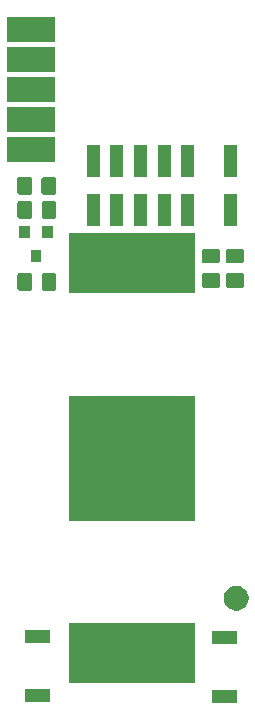
<source format=gts>
G04 #@! TF.GenerationSoftware,KiCad,Pcbnew,(5.1.5)-3*
G04 #@! TF.CreationDate,2020-04-09T13:41:50+02:00*
G04 #@! TF.ProjectId,RHS_3_Simple,5248535f-335f-4536-996d-706c652e6b69,rev?*
G04 #@! TF.SameCoordinates,Original*
G04 #@! TF.FileFunction,Soldermask,Top*
G04 #@! TF.FilePolarity,Negative*
%FSLAX46Y46*%
G04 Gerber Fmt 4.6, Leading zero omitted, Abs format (unit mm)*
G04 Created by KiCad (PCBNEW (5.1.5)-3) date 2020-04-09 13:41:50*
%MOMM*%
%LPD*%
G04 APERTURE LIST*
%ADD10C,0.100000*%
G04 APERTURE END LIST*
D10*
G36*
X108874000Y-182248000D02*
G01*
X106772000Y-182248000D01*
X106772000Y-181146000D01*
X108874000Y-181146000D01*
X108874000Y-182248000D01*
G37*
G36*
X93051000Y-182121000D02*
G01*
X90949000Y-182121000D01*
X90949000Y-181019000D01*
X93051000Y-181019000D01*
X93051000Y-182121000D01*
G37*
G36*
X105301000Y-180551000D02*
G01*
X94699000Y-180551000D01*
X94699000Y-175449000D01*
X105301000Y-175449000D01*
X105301000Y-180551000D01*
G37*
G36*
X108874000Y-177248000D02*
G01*
X106772000Y-177248000D01*
X106772000Y-176146000D01*
X108874000Y-176146000D01*
X108874000Y-177248000D01*
G37*
G36*
X93051000Y-177121000D02*
G01*
X90949000Y-177121000D01*
X90949000Y-176019000D01*
X93051000Y-176019000D01*
X93051000Y-177121000D01*
G37*
G36*
X109145564Y-172344389D02*
G01*
X109336833Y-172423615D01*
X109336835Y-172423616D01*
X109508973Y-172538635D01*
X109655365Y-172685027D01*
X109770385Y-172857167D01*
X109849611Y-173048436D01*
X109890000Y-173251484D01*
X109890000Y-173458516D01*
X109849611Y-173661564D01*
X109770385Y-173852833D01*
X109770384Y-173852835D01*
X109655365Y-174024973D01*
X109508973Y-174171365D01*
X109336835Y-174286384D01*
X109336834Y-174286385D01*
X109336833Y-174286385D01*
X109145564Y-174365611D01*
X108942516Y-174406000D01*
X108735484Y-174406000D01*
X108532436Y-174365611D01*
X108341167Y-174286385D01*
X108341166Y-174286385D01*
X108341165Y-174286384D01*
X108169027Y-174171365D01*
X108022635Y-174024973D01*
X107907616Y-173852835D01*
X107907615Y-173852833D01*
X107828389Y-173661564D01*
X107788000Y-173458516D01*
X107788000Y-173251484D01*
X107828389Y-173048436D01*
X107907615Y-172857167D01*
X108022635Y-172685027D01*
X108169027Y-172538635D01*
X108341165Y-172423616D01*
X108341167Y-172423615D01*
X108532436Y-172344389D01*
X108735484Y-172304000D01*
X108942516Y-172304000D01*
X109145564Y-172344389D01*
G37*
G36*
X105301000Y-166801000D02*
G01*
X94699000Y-166801000D01*
X94699000Y-156199000D01*
X105301000Y-156199000D01*
X105301000Y-166801000D01*
G37*
G36*
X105301000Y-147551000D02*
G01*
X94699000Y-147551000D01*
X94699000Y-142449000D01*
X105301000Y-142449000D01*
X105301000Y-147551000D01*
G37*
G36*
X93436674Y-145811465D02*
G01*
X93474367Y-145822899D01*
X93509103Y-145841466D01*
X93539548Y-145866452D01*
X93564534Y-145896897D01*
X93583101Y-145931633D01*
X93594535Y-145969326D01*
X93599000Y-146014661D01*
X93599000Y-147101339D01*
X93594535Y-147146674D01*
X93583101Y-147184367D01*
X93564534Y-147219103D01*
X93539548Y-147249548D01*
X93509103Y-147274534D01*
X93474367Y-147293101D01*
X93436674Y-147304535D01*
X93391339Y-147309000D01*
X92554661Y-147309000D01*
X92509326Y-147304535D01*
X92471633Y-147293101D01*
X92436897Y-147274534D01*
X92406452Y-147249548D01*
X92381466Y-147219103D01*
X92362899Y-147184367D01*
X92351465Y-147146674D01*
X92347000Y-147101339D01*
X92347000Y-146014661D01*
X92351465Y-145969326D01*
X92362899Y-145931633D01*
X92381466Y-145896897D01*
X92406452Y-145866452D01*
X92436897Y-145841466D01*
X92471633Y-145822899D01*
X92509326Y-145811465D01*
X92554661Y-145807000D01*
X93391339Y-145807000D01*
X93436674Y-145811465D01*
G37*
G36*
X91386674Y-145811465D02*
G01*
X91424367Y-145822899D01*
X91459103Y-145841466D01*
X91489548Y-145866452D01*
X91514534Y-145896897D01*
X91533101Y-145931633D01*
X91544535Y-145969326D01*
X91549000Y-146014661D01*
X91549000Y-147101339D01*
X91544535Y-147146674D01*
X91533101Y-147184367D01*
X91514534Y-147219103D01*
X91489548Y-147249548D01*
X91459103Y-147274534D01*
X91424367Y-147293101D01*
X91386674Y-147304535D01*
X91341339Y-147309000D01*
X90504661Y-147309000D01*
X90459326Y-147304535D01*
X90421633Y-147293101D01*
X90386897Y-147274534D01*
X90356452Y-147249548D01*
X90331466Y-147219103D01*
X90312899Y-147184367D01*
X90301465Y-147146674D01*
X90297000Y-147101339D01*
X90297000Y-146014661D01*
X90301465Y-145969326D01*
X90312899Y-145931633D01*
X90331466Y-145896897D01*
X90356452Y-145866452D01*
X90386897Y-145841466D01*
X90421633Y-145822899D01*
X90459326Y-145811465D01*
X90504661Y-145807000D01*
X91341339Y-145807000D01*
X91386674Y-145811465D01*
G37*
G36*
X109300674Y-145818465D02*
G01*
X109338367Y-145829899D01*
X109373103Y-145848466D01*
X109403548Y-145873452D01*
X109428534Y-145903897D01*
X109447101Y-145938633D01*
X109458535Y-145976326D01*
X109463000Y-146021661D01*
X109463000Y-146858339D01*
X109458535Y-146903674D01*
X109447101Y-146941367D01*
X109428534Y-146976103D01*
X109403548Y-147006548D01*
X109373103Y-147031534D01*
X109338367Y-147050101D01*
X109300674Y-147061535D01*
X109255339Y-147066000D01*
X108168661Y-147066000D01*
X108123326Y-147061535D01*
X108085633Y-147050101D01*
X108050897Y-147031534D01*
X108020452Y-147006548D01*
X107995466Y-146976103D01*
X107976899Y-146941367D01*
X107965465Y-146903674D01*
X107961000Y-146858339D01*
X107961000Y-146021661D01*
X107965465Y-145976326D01*
X107976899Y-145938633D01*
X107995466Y-145903897D01*
X108020452Y-145873452D01*
X108050897Y-145848466D01*
X108085633Y-145829899D01*
X108123326Y-145818465D01*
X108168661Y-145814000D01*
X109255339Y-145814000D01*
X109300674Y-145818465D01*
G37*
G36*
X107268674Y-145818465D02*
G01*
X107306367Y-145829899D01*
X107341103Y-145848466D01*
X107371548Y-145873452D01*
X107396534Y-145903897D01*
X107415101Y-145938633D01*
X107426535Y-145976326D01*
X107431000Y-146021661D01*
X107431000Y-146858339D01*
X107426535Y-146903674D01*
X107415101Y-146941367D01*
X107396534Y-146976103D01*
X107371548Y-147006548D01*
X107341103Y-147031534D01*
X107306367Y-147050101D01*
X107268674Y-147061535D01*
X107223339Y-147066000D01*
X106136661Y-147066000D01*
X106091326Y-147061535D01*
X106053633Y-147050101D01*
X106018897Y-147031534D01*
X105988452Y-147006548D01*
X105963466Y-146976103D01*
X105944899Y-146941367D01*
X105933465Y-146903674D01*
X105929000Y-146858339D01*
X105929000Y-146021661D01*
X105933465Y-145976326D01*
X105944899Y-145938633D01*
X105963466Y-145903897D01*
X105988452Y-145873452D01*
X106018897Y-145848466D01*
X106053633Y-145829899D01*
X106091326Y-145818465D01*
X106136661Y-145814000D01*
X107223339Y-145814000D01*
X107268674Y-145818465D01*
G37*
G36*
X109300674Y-143768465D02*
G01*
X109338367Y-143779899D01*
X109373103Y-143798466D01*
X109403548Y-143823452D01*
X109428534Y-143853897D01*
X109447101Y-143888633D01*
X109458535Y-143926326D01*
X109463000Y-143971661D01*
X109463000Y-144808339D01*
X109458535Y-144853674D01*
X109447101Y-144891367D01*
X109428534Y-144926103D01*
X109403548Y-144956548D01*
X109373103Y-144981534D01*
X109338367Y-145000101D01*
X109300674Y-145011535D01*
X109255339Y-145016000D01*
X108168661Y-145016000D01*
X108123326Y-145011535D01*
X108085633Y-145000101D01*
X108050897Y-144981534D01*
X108020452Y-144956548D01*
X107995466Y-144926103D01*
X107976899Y-144891367D01*
X107965465Y-144853674D01*
X107961000Y-144808339D01*
X107961000Y-143971661D01*
X107965465Y-143926326D01*
X107976899Y-143888633D01*
X107995466Y-143853897D01*
X108020452Y-143823452D01*
X108050897Y-143798466D01*
X108085633Y-143779899D01*
X108123326Y-143768465D01*
X108168661Y-143764000D01*
X109255339Y-143764000D01*
X109300674Y-143768465D01*
G37*
G36*
X107268674Y-143768465D02*
G01*
X107306367Y-143779899D01*
X107341103Y-143798466D01*
X107371548Y-143823452D01*
X107396534Y-143853897D01*
X107415101Y-143888633D01*
X107426535Y-143926326D01*
X107431000Y-143971661D01*
X107431000Y-144808339D01*
X107426535Y-144853674D01*
X107415101Y-144891367D01*
X107396534Y-144926103D01*
X107371548Y-144956548D01*
X107341103Y-144981534D01*
X107306367Y-145000101D01*
X107268674Y-145011535D01*
X107223339Y-145016000D01*
X106136661Y-145016000D01*
X106091326Y-145011535D01*
X106053633Y-145000101D01*
X106018897Y-144981534D01*
X105988452Y-144956548D01*
X105963466Y-144926103D01*
X105944899Y-144891367D01*
X105933465Y-144853674D01*
X105929000Y-144808339D01*
X105929000Y-143971661D01*
X105933465Y-143926326D01*
X105944899Y-143888633D01*
X105963466Y-143853897D01*
X105988452Y-143823452D01*
X106018897Y-143798466D01*
X106053633Y-143779899D01*
X106091326Y-143768465D01*
X106136661Y-143764000D01*
X107223339Y-143764000D01*
X107268674Y-143768465D01*
G37*
G36*
X92319000Y-144884000D02*
G01*
X91417000Y-144884000D01*
X91417000Y-143882000D01*
X92319000Y-143882000D01*
X92319000Y-144884000D01*
G37*
G36*
X93269000Y-142884000D02*
G01*
X92367000Y-142884000D01*
X92367000Y-141882000D01*
X93269000Y-141882000D01*
X93269000Y-142884000D01*
G37*
G36*
X91369000Y-142884000D02*
G01*
X90467000Y-142884000D01*
X90467000Y-141882000D01*
X91369000Y-141882000D01*
X91369000Y-142884000D01*
G37*
G36*
X108882000Y-141856000D02*
G01*
X107780000Y-141856000D01*
X107780000Y-139174000D01*
X108882000Y-139174000D01*
X108882000Y-141856000D01*
G37*
G36*
X99262000Y-141856000D02*
G01*
X98160000Y-141856000D01*
X98160000Y-139174000D01*
X99262000Y-139174000D01*
X99262000Y-141856000D01*
G37*
G36*
X103262000Y-141856000D02*
G01*
X102160000Y-141856000D01*
X102160000Y-139174000D01*
X103262000Y-139174000D01*
X103262000Y-141856000D01*
G37*
G36*
X105262000Y-141856000D02*
G01*
X104160000Y-141856000D01*
X104160000Y-139174000D01*
X105262000Y-139174000D01*
X105262000Y-141856000D01*
G37*
G36*
X97262000Y-141856000D02*
G01*
X96160000Y-141856000D01*
X96160000Y-139174000D01*
X97262000Y-139174000D01*
X97262000Y-141856000D01*
G37*
G36*
X101262000Y-141856000D02*
G01*
X100160000Y-141856000D01*
X100160000Y-139174000D01*
X101262000Y-139174000D01*
X101262000Y-141856000D01*
G37*
G36*
X93436674Y-139715465D02*
G01*
X93474367Y-139726899D01*
X93509103Y-139745466D01*
X93539548Y-139770452D01*
X93564534Y-139800897D01*
X93583101Y-139835633D01*
X93594535Y-139873326D01*
X93599000Y-139918661D01*
X93599000Y-141005339D01*
X93594535Y-141050674D01*
X93583101Y-141088367D01*
X93564534Y-141123103D01*
X93539548Y-141153548D01*
X93509103Y-141178534D01*
X93474367Y-141197101D01*
X93436674Y-141208535D01*
X93391339Y-141213000D01*
X92554661Y-141213000D01*
X92509326Y-141208535D01*
X92471633Y-141197101D01*
X92436897Y-141178534D01*
X92406452Y-141153548D01*
X92381466Y-141123103D01*
X92362899Y-141088367D01*
X92351465Y-141050674D01*
X92347000Y-141005339D01*
X92347000Y-139918661D01*
X92351465Y-139873326D01*
X92362899Y-139835633D01*
X92381466Y-139800897D01*
X92406452Y-139770452D01*
X92436897Y-139745466D01*
X92471633Y-139726899D01*
X92509326Y-139715465D01*
X92554661Y-139711000D01*
X93391339Y-139711000D01*
X93436674Y-139715465D01*
G37*
G36*
X91386674Y-139715465D02*
G01*
X91424367Y-139726899D01*
X91459103Y-139745466D01*
X91489548Y-139770452D01*
X91514534Y-139800897D01*
X91533101Y-139835633D01*
X91544535Y-139873326D01*
X91549000Y-139918661D01*
X91549000Y-141005339D01*
X91544535Y-141050674D01*
X91533101Y-141088367D01*
X91514534Y-141123103D01*
X91489548Y-141153548D01*
X91459103Y-141178534D01*
X91424367Y-141197101D01*
X91386674Y-141208535D01*
X91341339Y-141213000D01*
X90504661Y-141213000D01*
X90459326Y-141208535D01*
X90421633Y-141197101D01*
X90386897Y-141178534D01*
X90356452Y-141153548D01*
X90331466Y-141123103D01*
X90312899Y-141088367D01*
X90301465Y-141050674D01*
X90297000Y-141005339D01*
X90297000Y-139918661D01*
X90301465Y-139873326D01*
X90312899Y-139835633D01*
X90331466Y-139800897D01*
X90356452Y-139770452D01*
X90386897Y-139745466D01*
X90421633Y-139726899D01*
X90459326Y-139715465D01*
X90504661Y-139711000D01*
X91341339Y-139711000D01*
X91386674Y-139715465D01*
G37*
G36*
X93426674Y-137683465D02*
G01*
X93464367Y-137694899D01*
X93499103Y-137713466D01*
X93529548Y-137738452D01*
X93554534Y-137768897D01*
X93573101Y-137803633D01*
X93584535Y-137841326D01*
X93589000Y-137886661D01*
X93589000Y-138973339D01*
X93584535Y-139018674D01*
X93573101Y-139056367D01*
X93554534Y-139091103D01*
X93529548Y-139121548D01*
X93499103Y-139146534D01*
X93464367Y-139165101D01*
X93426674Y-139176535D01*
X93381339Y-139181000D01*
X92544661Y-139181000D01*
X92499326Y-139176535D01*
X92461633Y-139165101D01*
X92426897Y-139146534D01*
X92396452Y-139121548D01*
X92371466Y-139091103D01*
X92352899Y-139056367D01*
X92341465Y-139018674D01*
X92337000Y-138973339D01*
X92337000Y-137886661D01*
X92341465Y-137841326D01*
X92352899Y-137803633D01*
X92371466Y-137768897D01*
X92396452Y-137738452D01*
X92426897Y-137713466D01*
X92461633Y-137694899D01*
X92499326Y-137683465D01*
X92544661Y-137679000D01*
X93381339Y-137679000D01*
X93426674Y-137683465D01*
G37*
G36*
X91376674Y-137683465D02*
G01*
X91414367Y-137694899D01*
X91449103Y-137713466D01*
X91479548Y-137738452D01*
X91504534Y-137768897D01*
X91523101Y-137803633D01*
X91534535Y-137841326D01*
X91539000Y-137886661D01*
X91539000Y-138973339D01*
X91534535Y-139018674D01*
X91523101Y-139056367D01*
X91504534Y-139091103D01*
X91479548Y-139121548D01*
X91449103Y-139146534D01*
X91414367Y-139165101D01*
X91376674Y-139176535D01*
X91331339Y-139181000D01*
X90494661Y-139181000D01*
X90449326Y-139176535D01*
X90411633Y-139165101D01*
X90376897Y-139146534D01*
X90346452Y-139121548D01*
X90321466Y-139091103D01*
X90302899Y-139056367D01*
X90291465Y-139018674D01*
X90287000Y-138973339D01*
X90287000Y-137886661D01*
X90291465Y-137841326D01*
X90302899Y-137803633D01*
X90321466Y-137768897D01*
X90346452Y-137738452D01*
X90376897Y-137713466D01*
X90411633Y-137694899D01*
X90449326Y-137683465D01*
X90494661Y-137679000D01*
X91331339Y-137679000D01*
X91376674Y-137683465D01*
G37*
G36*
X103262000Y-137686000D02*
G01*
X102160000Y-137686000D01*
X102160000Y-135004000D01*
X103262000Y-135004000D01*
X103262000Y-137686000D01*
G37*
G36*
X97262000Y-137686000D02*
G01*
X96160000Y-137686000D01*
X96160000Y-135004000D01*
X97262000Y-135004000D01*
X97262000Y-137686000D01*
G37*
G36*
X99262000Y-137686000D02*
G01*
X98160000Y-137686000D01*
X98160000Y-135004000D01*
X99262000Y-135004000D01*
X99262000Y-137686000D01*
G37*
G36*
X101262000Y-137686000D02*
G01*
X100160000Y-137686000D01*
X100160000Y-135004000D01*
X101262000Y-135004000D01*
X101262000Y-137686000D01*
G37*
G36*
X108882000Y-137686000D02*
G01*
X107780000Y-137686000D01*
X107780000Y-135004000D01*
X108882000Y-135004000D01*
X108882000Y-137686000D01*
G37*
G36*
X105262000Y-137686000D02*
G01*
X104160000Y-137686000D01*
X104160000Y-135004000D01*
X105262000Y-135004000D01*
X105262000Y-137686000D01*
G37*
G36*
X93491000Y-136433000D02*
G01*
X89389000Y-136433000D01*
X89389000Y-134331000D01*
X93491000Y-134331000D01*
X93491000Y-136433000D01*
G37*
G36*
X93491000Y-133893000D02*
G01*
X89389000Y-133893000D01*
X89389000Y-131791000D01*
X93491000Y-131791000D01*
X93491000Y-133893000D01*
G37*
G36*
X93491000Y-131353000D02*
G01*
X89389000Y-131353000D01*
X89389000Y-129251000D01*
X93491000Y-129251000D01*
X93491000Y-131353000D01*
G37*
G36*
X93491000Y-128813000D02*
G01*
X89389000Y-128813000D01*
X89389000Y-126711000D01*
X93491000Y-126711000D01*
X93491000Y-128813000D01*
G37*
G36*
X93491000Y-126273000D02*
G01*
X89389000Y-126273000D01*
X89389000Y-124171000D01*
X93491000Y-124171000D01*
X93491000Y-126273000D01*
G37*
M02*

</source>
